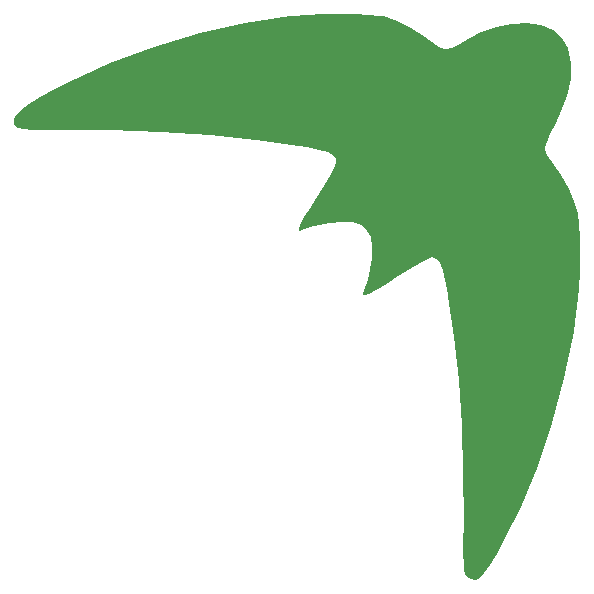
<source format=gts>
G04 #@! TF.GenerationSoftware,KiCad,Pcbnew,(6.0.10-0)*
G04 #@! TF.CreationDate,2023-09-19T21:25:39+02:00*
G04 #@! TF.ProjectId,SwiftLeeds,53776966-744c-4656-9564-732e6b696361,rev?*
G04 #@! TF.SameCoordinates,Original*
G04 #@! TF.FileFunction,Soldermask,Top*
G04 #@! TF.FilePolarity,Negative*
%FSLAX46Y46*%
G04 Gerber Fmt 4.6, Leading zero omitted, Abs format (unit mm)*
G04 Created by KiCad (PCBNEW (6.0.10-0)) date 2023-09-19 21:25:39*
%MOMM*%
%LPD*%
G01*
G04 APERTURE LIST*
G04 APERTURE END LIST*
G36*
X146137352Y-43597152D02*
G01*
X147305418Y-43658365D01*
X148229193Y-43759926D01*
X148564703Y-43824006D01*
X149679807Y-44197781D01*
X150899208Y-44792459D01*
X152086039Y-45536437D01*
X152645048Y-45958671D01*
X153255535Y-46390771D01*
X153771864Y-46559042D01*
X154312993Y-46467095D01*
X154997879Y-46118538D01*
X155136756Y-46034275D01*
X156598151Y-45260874D01*
X158046074Y-44728904D01*
X159439215Y-44436082D01*
X160736265Y-44380125D01*
X161895916Y-44558749D01*
X162876859Y-44969670D01*
X163637783Y-45610604D01*
X164137381Y-46479270D01*
X164156199Y-46532855D01*
X164424176Y-47781426D01*
X164396969Y-49122114D01*
X164068696Y-50588997D01*
X163433474Y-52216155D01*
X163034300Y-53032262D01*
X162667954Y-53774786D01*
X162381078Y-54419440D01*
X162213046Y-54874355D01*
X162185535Y-55012600D01*
X162299791Y-55343879D01*
X162592323Y-55825009D01*
X162829337Y-56139680D01*
X163600179Y-57229093D01*
X164275720Y-58453054D01*
X164788380Y-59675712D01*
X165040210Y-60584068D01*
X165142272Y-61423801D01*
X165193592Y-62556515D01*
X165197240Y-63899924D01*
X165156289Y-65371741D01*
X165073810Y-66889681D01*
X164952874Y-68371460D01*
X164796553Y-69734790D01*
X164667199Y-70577552D01*
X163865588Y-74447418D01*
X162833099Y-78250366D01*
X161594632Y-81911534D01*
X160175088Y-85356061D01*
X158866782Y-88016358D01*
X158161447Y-89296764D01*
X157579442Y-90256752D01*
X157098543Y-90925950D01*
X156696527Y-91333990D01*
X156351170Y-91510502D01*
X156236660Y-91523074D01*
X155774781Y-91399960D01*
X155533092Y-91216920D01*
X155448675Y-91035180D01*
X155386799Y-90694011D01*
X155345676Y-90151442D01*
X155323521Y-89365504D01*
X155318545Y-88294228D01*
X155328961Y-86895643D01*
X155333319Y-86525502D01*
X155318042Y-82480852D01*
X155175744Y-78481041D01*
X154911861Y-74604811D01*
X154531827Y-70930903D01*
X154041080Y-67538057D01*
X154009954Y-67355164D01*
X153786179Y-66161666D01*
X153573278Y-65299785D01*
X153350918Y-64723317D01*
X153098768Y-64386061D01*
X152796495Y-64241815D01*
X152633553Y-64227552D01*
X152325381Y-64328946D01*
X151771654Y-64608313D01*
X151038922Y-65028424D01*
X150193735Y-65552053D01*
X149753255Y-65838746D01*
X148684806Y-66534411D01*
X147891744Y-67022359D01*
X147343110Y-67318189D01*
X147007944Y-67437504D01*
X146855285Y-67395902D01*
X146837992Y-67307775D01*
X146899946Y-67064305D01*
X147053781Y-66581747D01*
X147210908Y-66123074D01*
X147436886Y-65242737D01*
X147557611Y-64263071D01*
X147567962Y-63314597D01*
X147462820Y-62527837D01*
X147363557Y-62231957D01*
X147024855Y-61776059D01*
X146614761Y-61464829D01*
X145943883Y-61266874D01*
X145044298Y-61203384D01*
X144040420Y-61270886D01*
X143056663Y-61465907D01*
X142710876Y-61573820D01*
X142113290Y-61775766D01*
X141662326Y-61913284D01*
X141483522Y-61952925D01*
X141363439Y-61896555D01*
X141374686Y-61703521D01*
X141535514Y-61337933D01*
X141864174Y-60763901D01*
X142378917Y-59945536D01*
X142945983Y-59077114D01*
X143533762Y-58155904D01*
X144018318Y-57338385D01*
X144365728Y-56685763D01*
X144542073Y-56259246D01*
X144557177Y-56169880D01*
X144490243Y-55831955D01*
X144258146Y-55556439D01*
X143813941Y-55322391D01*
X143110681Y-55108872D01*
X142101421Y-54894941D01*
X141429565Y-54774774D01*
X137799983Y-54243913D01*
X133883545Y-53843417D01*
X129751151Y-53578228D01*
X125473700Y-53453288D01*
X122447316Y-53451741D01*
X120898177Y-53465665D01*
X119687762Y-53463405D01*
X118775790Y-53437450D01*
X118121982Y-53380285D01*
X117686056Y-53284397D01*
X117427730Y-53142274D01*
X117306725Y-52946400D01*
X117282760Y-52689264D01*
X117299459Y-52491538D01*
X117454323Y-52131719D01*
X117856264Y-51711834D01*
X118528115Y-51216366D01*
X119492708Y-50629801D01*
X120772877Y-49936622D01*
X121905684Y-49361381D01*
X125431872Y-47769420D01*
X129164060Y-46387269D01*
X133004208Y-45243941D01*
X136854279Y-44368445D01*
X140616233Y-43789793D01*
X140806049Y-43768536D01*
X142059342Y-43661980D01*
X143425119Y-43598322D01*
X144814187Y-43576926D01*
X146137352Y-43597152D01*
G37*
M02*

</source>
